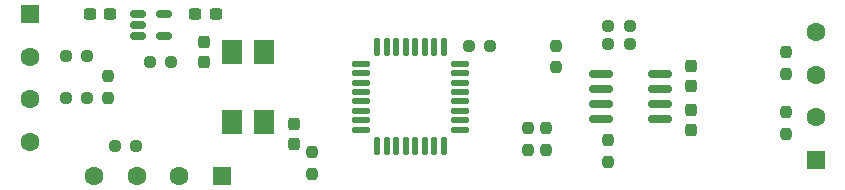
<source format=gbr>
%TF.GenerationSoftware,KiCad,Pcbnew,7.0.10-7.0.10~ubuntu22.04.1*%
%TF.CreationDate,2024-03-22T20:20:15-04:00*%
%TF.ProjectId,mechanicalkeyboard-touchid-hub,6d656368-616e-4696-9361-6c6b6579626f,rev?*%
%TF.SameCoordinates,Original*%
%TF.FileFunction,Soldermask,Top*%
%TF.FilePolarity,Negative*%
%FSLAX46Y46*%
G04 Gerber Fmt 4.6, Leading zero omitted, Abs format (unit mm)*
G04 Created by KiCad (PCBNEW 7.0.10-7.0.10~ubuntu22.04.1) date 2024-03-22 20:20:15*
%MOMM*%
%LPD*%
G01*
G04 APERTURE LIST*
G04 Aperture macros list*
%AMRoundRect*
0 Rectangle with rounded corners*
0 $1 Rounding radius*
0 $2 $3 $4 $5 $6 $7 $8 $9 X,Y pos of 4 corners*
0 Add a 4 corners polygon primitive as box body*
4,1,4,$2,$3,$4,$5,$6,$7,$8,$9,$2,$3,0*
0 Add four circle primitives for the rounded corners*
1,1,$1+$1,$2,$3*
1,1,$1+$1,$4,$5*
1,1,$1+$1,$6,$7*
1,1,$1+$1,$8,$9*
0 Add four rect primitives between the rounded corners*
20,1,$1+$1,$2,$3,$4,$5,0*
20,1,$1+$1,$4,$5,$6,$7,0*
20,1,$1+$1,$6,$7,$8,$9,0*
20,1,$1+$1,$8,$9,$2,$3,0*%
G04 Aperture macros list end*
%ADD10RoundRect,0.237500X-0.237500X0.250000X-0.237500X-0.250000X0.237500X-0.250000X0.237500X0.250000X0*%
%ADD11RoundRect,0.237500X0.237500X-0.250000X0.237500X0.250000X-0.237500X0.250000X-0.237500X-0.250000X0*%
%ADD12RoundRect,0.237500X-0.250000X-0.237500X0.250000X-0.237500X0.250000X0.237500X-0.250000X0.237500X0*%
%ADD13RoundRect,0.250000X-0.550000X0.550000X-0.550000X-0.550000X0.550000X-0.550000X0.550000X0.550000X0*%
%ADD14C,1.600000*%
%ADD15RoundRect,0.250000X0.550000X-0.550000X0.550000X0.550000X-0.550000X0.550000X-0.550000X-0.550000X0*%
%ADD16RoundRect,0.150000X-0.825000X-0.150000X0.825000X-0.150000X0.825000X0.150000X-0.825000X0.150000X0*%
%ADD17RoundRect,0.237500X-0.237500X0.300000X-0.237500X-0.300000X0.237500X-0.300000X0.237500X0.300000X0*%
%ADD18RoundRect,0.125000X0.125000X-0.625000X0.125000X0.625000X-0.125000X0.625000X-0.125000X-0.625000X0*%
%ADD19RoundRect,0.125000X0.625000X-0.125000X0.625000X0.125000X-0.625000X0.125000X-0.625000X-0.125000X0*%
%ADD20RoundRect,0.237500X0.237500X-0.300000X0.237500X0.300000X-0.237500X0.300000X-0.237500X-0.300000X0*%
%ADD21RoundRect,0.237500X-0.300000X-0.237500X0.300000X-0.237500X0.300000X0.237500X-0.300000X0.237500X0*%
%ADD22RoundRect,0.250000X0.550000X0.550000X-0.550000X0.550000X-0.550000X-0.550000X0.550000X-0.550000X0*%
%ADD23RoundRect,0.150000X-0.512500X-0.150000X0.512500X-0.150000X0.512500X0.150000X-0.512500X0.150000X0*%
%ADD24R,1.700000X2.100000*%
G04 APERTURE END LIST*
D10*
%TO.C,R15*%
X93700000Y-50287500D03*
X93700000Y-52112500D03*
%TD*%
D11*
%TO.C,R14*%
X89300000Y-44125000D03*
X89300000Y-42300000D03*
%TD*%
D12*
%TO.C,R13*%
X81900000Y-42300000D03*
X83725000Y-42300000D03*
%TD*%
D13*
%TO.C,J1*%
X44704000Y-39624000D03*
D14*
X44704000Y-43224000D03*
X44704000Y-46824000D03*
X44704000Y-50424000D03*
%TD*%
D12*
%TO.C,R7*%
X93700000Y-42200000D03*
X95525000Y-42200000D03*
%TD*%
%TO.C,R6*%
X93700000Y-40676000D03*
X95525000Y-40676000D03*
%TD*%
D10*
%TO.C,R5*%
X86868000Y-49276000D03*
X86868000Y-51101000D03*
%TD*%
D11*
%TO.C,R9*%
X108712000Y-49784000D03*
X108712000Y-47959000D03*
%TD*%
D10*
%TO.C,R10*%
X68580000Y-51308000D03*
X68580000Y-53133000D03*
%TD*%
D15*
%TO.C,J3*%
X111252000Y-51948000D03*
D14*
X111252000Y-48348000D03*
X111252000Y-44748000D03*
X111252000Y-41148000D03*
%TD*%
D16*
%TO.C,U3*%
X93094000Y-44704000D03*
X93094000Y-45974000D03*
X93094000Y-47244000D03*
X93094000Y-48514000D03*
X98044000Y-48514000D03*
X98044000Y-47244000D03*
X98044000Y-45974000D03*
X98044000Y-44704000D03*
%TD*%
D17*
%TO.C,C5*%
X59436000Y-41963000D03*
X59436000Y-43688000D03*
%TD*%
D10*
%TO.C,R4*%
X88392000Y-49276000D03*
X88392000Y-51101000D03*
%TD*%
D12*
%TO.C,R3*%
X47780000Y-43180000D03*
X49605000Y-43180000D03*
%TD*%
%TO.C,R2*%
X47780000Y-46736000D03*
X49605000Y-46736000D03*
%TD*%
D18*
%TO.C,U1*%
X74156000Y-50800000D03*
X74956000Y-50800000D03*
X75756000Y-50800000D03*
X76556000Y-50800000D03*
X77356000Y-50800000D03*
X78156000Y-50800000D03*
X78956000Y-50800000D03*
X79756000Y-50800000D03*
D19*
X81131000Y-49425000D03*
X81131000Y-48625000D03*
X81131000Y-47825000D03*
X81131000Y-47025000D03*
X81131000Y-46225000D03*
X81131000Y-45425000D03*
X81131000Y-44625000D03*
X81131000Y-43825000D03*
D18*
X79756000Y-42450000D03*
X78956000Y-42450000D03*
X78156000Y-42450000D03*
X77356000Y-42450000D03*
X76556000Y-42450000D03*
X75756000Y-42450000D03*
X74956000Y-42450000D03*
X74156000Y-42450000D03*
D19*
X72781000Y-43825000D03*
X72781000Y-44625000D03*
X72781000Y-45425000D03*
X72781000Y-46225000D03*
X72781000Y-47025000D03*
X72781000Y-47825000D03*
X72781000Y-48625000D03*
X72781000Y-49425000D03*
%TD*%
D20*
%TO.C,C2*%
X100714000Y-45720000D03*
X100714000Y-43995000D03*
%TD*%
D21*
%TO.C,C1*%
X58727000Y-39624000D03*
X60452000Y-39624000D03*
%TD*%
D20*
%TO.C,C4*%
X67056000Y-50646500D03*
X67056000Y-48921500D03*
%TD*%
D21*
%TO.C,C6*%
X49784000Y-39624000D03*
X51509000Y-39624000D03*
%TD*%
D22*
%TO.C,J2*%
X60960000Y-53340000D03*
D14*
X57360000Y-53340000D03*
X53760000Y-53340000D03*
X50160000Y-53340000D03*
%TD*%
D23*
%TO.C,U2*%
X53848000Y-39624000D03*
X53848000Y-40574000D03*
X53848000Y-41524000D03*
X56123000Y-41524000D03*
X56123000Y-39624000D03*
%TD*%
D24*
%TO.C,Y1*%
X61816000Y-42868000D03*
X61816000Y-48768000D03*
X64516000Y-48768000D03*
X64516000Y-42868000D03*
%TD*%
D11*
%TO.C,R1*%
X51308000Y-46736000D03*
X51308000Y-44911000D03*
%TD*%
D17*
%TO.C,C3*%
X100714000Y-47752000D03*
X100714000Y-49477000D03*
%TD*%
D10*
%TO.C,R8*%
X108712000Y-42879000D03*
X108712000Y-44704000D03*
%TD*%
D12*
%TO.C,R11*%
X51919500Y-50800000D03*
X53744500Y-50800000D03*
%TD*%
%TO.C,R12*%
X54864000Y-43688000D03*
X56689000Y-43688000D03*
%TD*%
M02*

</source>
